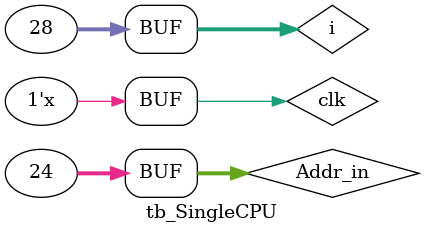
<source format=v>
`timescale 1ns / 1ps
module tb_SingleCPU;
reg [31:0] Addr_in;
reg clk;
wire [31:0] Addr_o;
integer i;

SingleCPU singlecpu(
    Addr_in,
    clk,
    Addr_o
);

initial begin
clk <= 1;
  for(i=0;i<28;i=i+4)begin
    #10
    clk <= !clk;
    #10
    clk <= !clk;
    Addr_in <= i;
    end
end

endmodule
</source>
